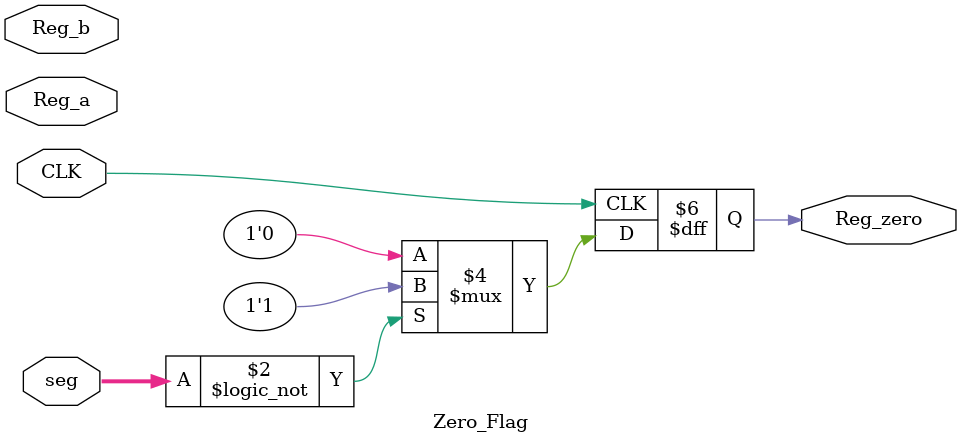
<source format=v>


module Zero_Flag(CLK,Reg_a,Reg_b,seg,Reg_zero);
input [7:0] Reg_a;
input [7:0] Reg_b;
input [7:0] seg;
input CLK;
output reg Reg_zero;
//reg [7:0] s;
always@(posedge CLK)
  if (seg==0)
  Reg_zero=1;
  else Reg_zero=0;
endmodule
</source>
